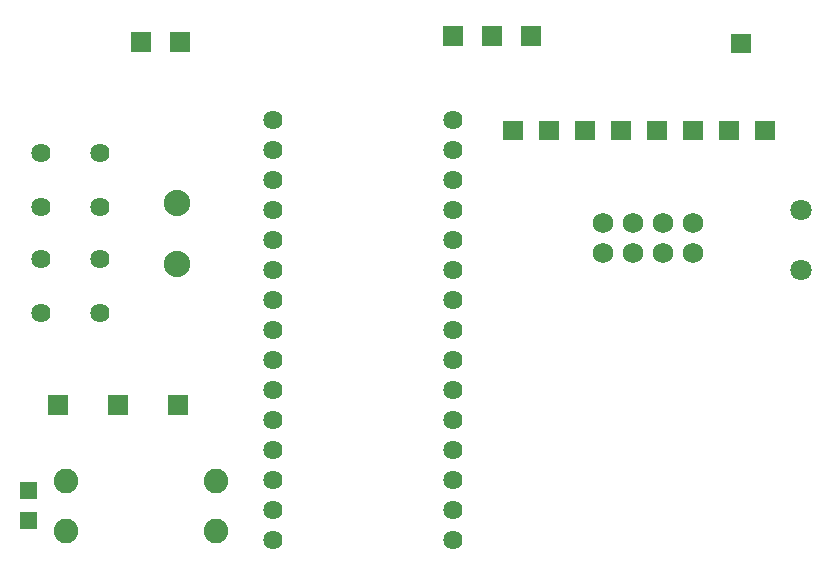
<source format=gts>
G04 Layer: TopSolderMaskLayer*
G04 EasyEDA v6.4.25, 2021-11-30T23:27:12--6:00*
G04 4631042daed448b99cc0a23d656375e8,06444aca9169495d970130cf6b44ba93,10*
G04 Gerber Generator version 0.2*
G04 Scale: 100 percent, Rotated: No, Reflected: No *
G04 Dimensions in millimeters *
G04 leading zeros omitted , absolute positions ,4 integer and 5 decimal *
%FSLAX45Y45*%
%MOMM*%

%ADD25C,1.6256*%
%ADD26C,2.0828*%
%ADD27C,2.2352*%
%ADD29C,1.8032*%
%ADD30C,1.7272*%

%LPD*%
G36*
X2609088Y5098034D02*
G01*
X2609088Y5239512D01*
X2750565Y5239512D01*
X2750565Y5098034D01*
G37*
G36*
X2609088Y5352034D02*
G01*
X2609088Y5493512D01*
X2750565Y5493512D01*
X2750565Y5352034D01*
G37*
D25*
G01*
X3285236Y7823200D03*
G01*
X2785363Y7823200D03*
G01*
X3285236Y6921500D03*
G01*
X2785363Y6921500D03*
G01*
X2785363Y8280400D03*
G01*
X3285236Y8280400D03*
G01*
X2785363Y7378700D03*
G01*
X3285236Y7378700D03*
D26*
G01*
X2997200Y5499100D03*
G01*
X4267200Y5499100D03*
G01*
X2997200Y5080000D03*
G01*
X4267200Y5080000D03*
D25*
G01*
X4749800Y8559800D03*
G01*
X4749800Y8305800D03*
G01*
X4749800Y8051800D03*
G01*
X4749800Y7797800D03*
G01*
X4749800Y7543800D03*
G01*
X4749800Y7289800D03*
G01*
X4749800Y7035800D03*
G01*
X4749800Y6781800D03*
G01*
X4749800Y6527800D03*
G01*
X4749800Y6273800D03*
G01*
X4749800Y6019800D03*
G01*
X4749800Y5765800D03*
G01*
X4749800Y5511800D03*
G01*
X4749800Y5257800D03*
G01*
X4749800Y5003800D03*
G01*
X6273800Y5003800D03*
G01*
X6273800Y5257800D03*
G01*
X6273800Y5511800D03*
G01*
X6273800Y5765800D03*
G01*
X6273800Y6019800D03*
G01*
X6273800Y6273800D03*
G01*
X6273800Y6527800D03*
G01*
X6273800Y6781800D03*
G01*
X6273800Y7035800D03*
G01*
X6273800Y7289800D03*
G01*
X6273800Y7543800D03*
G01*
X6273800Y7797800D03*
G01*
X6273800Y8051800D03*
G01*
X6273800Y8305800D03*
G01*
X6273800Y8559800D03*
D27*
G01*
X3937000Y7852663D03*
G01*
X3937000Y7336536D03*
G36*
X6520179Y9187179D02*
G01*
X6520179Y9354820D01*
X6687820Y9354820D01*
X6687820Y9187179D01*
G37*
G36*
X8831579Y8387079D02*
G01*
X8831579Y8554720D01*
X8999220Y8554720D01*
X8999220Y8387079D01*
G37*
G36*
X8526779Y8387079D02*
G01*
X8526779Y8554720D01*
X8694420Y8554720D01*
X8694420Y8387079D01*
G37*
G36*
X8221979Y8387079D02*
G01*
X8221979Y8554720D01*
X8389620Y8554720D01*
X8389620Y8387079D01*
G37*
G36*
X7917179Y8387079D02*
G01*
X7917179Y8554720D01*
X8084820Y8554720D01*
X8084820Y8387079D01*
G37*
G36*
X7612379Y8387079D02*
G01*
X7612379Y8554720D01*
X7780020Y8554720D01*
X7780020Y8387079D01*
G37*
G36*
X7307579Y8387079D02*
G01*
X7307579Y8554720D01*
X7475220Y8554720D01*
X7475220Y8387079D01*
G37*
G36*
X7002779Y8387079D02*
G01*
X7002779Y8554720D01*
X7170420Y8554720D01*
X7170420Y8387079D01*
G37*
G36*
X6697979Y8387079D02*
G01*
X6697979Y8554720D01*
X6865620Y8554720D01*
X6865620Y8387079D01*
G37*
G36*
X2849879Y6062979D02*
G01*
X2849879Y6230620D01*
X3017520Y6230620D01*
X3017520Y6062979D01*
G37*
G36*
X3357879Y6062979D02*
G01*
X3357879Y6230620D01*
X3525520Y6230620D01*
X3525520Y6062979D01*
G37*
G36*
X3865879Y6062979D02*
G01*
X3865879Y6230620D01*
X4033520Y6230620D01*
X4033520Y6062979D01*
G37*
G36*
X8628379Y9123679D02*
G01*
X8628379Y9291320D01*
X8796020Y9291320D01*
X8796020Y9123679D01*
G37*
G36*
X3548379Y9136379D02*
G01*
X3548379Y9304020D01*
X3716020Y9304020D01*
X3716020Y9136379D01*
G37*
G36*
X3878579Y9136379D02*
G01*
X3878579Y9304020D01*
X4046220Y9304020D01*
X4046220Y9136379D01*
G37*
G36*
X6850379Y9187179D02*
G01*
X6850379Y9354820D01*
X7018020Y9354820D01*
X7018020Y9187179D01*
G37*
G36*
X6189979Y9187179D02*
G01*
X6189979Y9354820D01*
X6357620Y9354820D01*
X6357620Y9187179D01*
G37*
D29*
G01*
X9220200Y7289800D03*
G01*
X9220200Y7797800D03*
D30*
G01*
X7543800Y7429500D03*
G01*
X7797800Y7429500D03*
G01*
X8051800Y7429500D03*
G01*
X8305800Y7429500D03*
G01*
X7543800Y7683500D03*
G01*
X7797800Y7683500D03*
G01*
X8051800Y7683500D03*
G01*
X8305800Y7683500D03*
M02*

</source>
